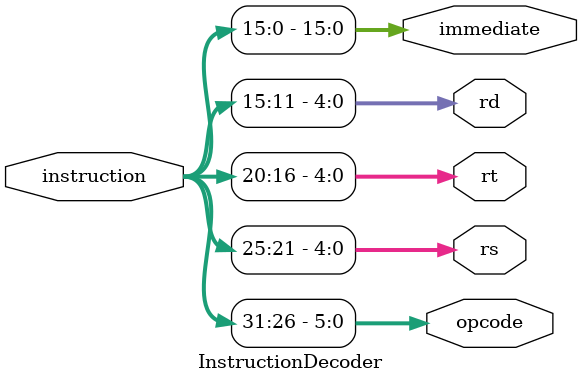
<source format=v>
module InstructionDecoder (
    input [31:0] instruction,  // Input instruction
    output [5:0] opcode,       // Opcode field
    output [4:0] rs,           // Source register 1
    output [4:0] rt,           // Source register 2
    output [4:0] rd,           // Destination register
    output [15:0] immediate    // Immediate field
);

    assign opcode = instruction[31:26];
    assign rs = instruction[25:21];
    assign rt = instruction[20:16];
    assign rd = instruction[15:11];
    assign immediate = instruction[15:0];

endmodule

</source>
